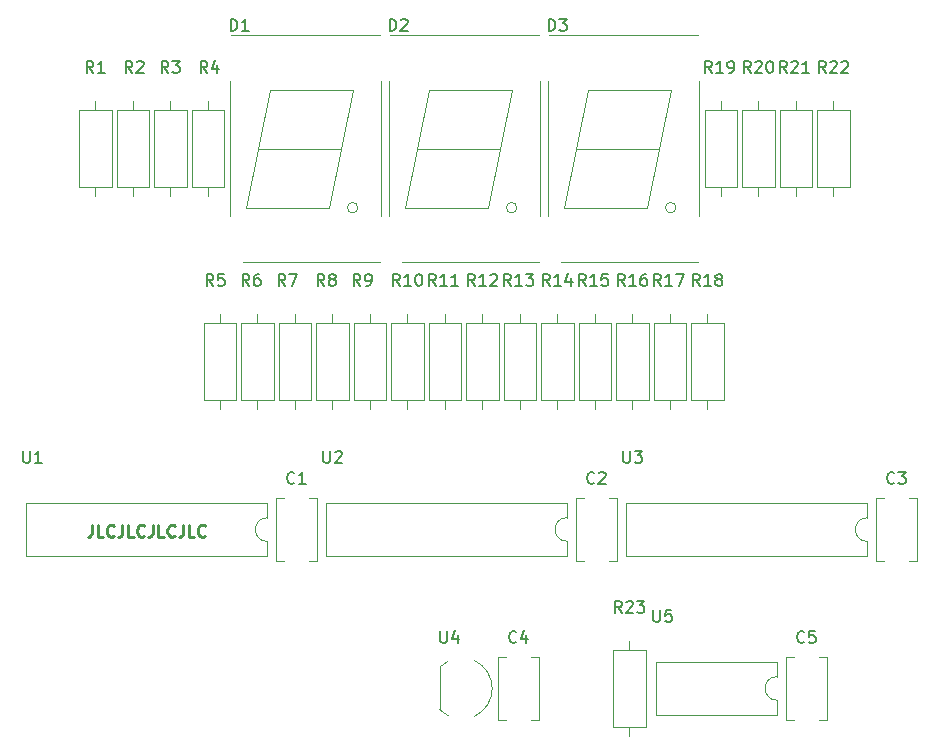
<source format=gto>
G04 #@! TF.GenerationSoftware,KiCad,Pcbnew,7.0.10*
G04 #@! TF.CreationDate,2024-02-08T18:01:21+11:00*
G04 #@! TF.ProjectId,Desktop Thermometer USB-2,4465736b-746f-4702-9054-6865726d6f6d,rev?*
G04 #@! TF.SameCoordinates,Original*
G04 #@! TF.FileFunction,Legend,Top*
G04 #@! TF.FilePolarity,Positive*
%FSLAX46Y46*%
G04 Gerber Fmt 4.6, Leading zero omitted, Abs format (unit mm)*
G04 Created by KiCad (PCBNEW 7.0.10) date 2024-02-08 18:01:21*
%MOMM*%
%LPD*%
G01*
G04 APERTURE LIST*
%ADD10C,0.250000*%
%ADD11C,0.150000*%
%ADD12C,0.120000*%
%ADD13C,1.600000*%
%ADD14O,1.600000X1.600000*%
%ADD15R,1.600000X2.400000*%
%ADD16O,1.600000X2.400000*%
%ADD17R,1.524000X2.524000*%
%ADD18O,1.524000X2.524000*%
%ADD19C,3.200000*%
%ADD20C,1.500000*%
%ADD21R,1.500000X1.500000*%
%ADD22R,1.428000X1.550000*%
%ADD23C,1.550000*%
%ADD24C,3.800000*%
G04 APERTURE END LIST*
D10*
X105898282Y-91814619D02*
X105898282Y-92528904D01*
X105898282Y-92528904D02*
X105850663Y-92671761D01*
X105850663Y-92671761D02*
X105755425Y-92767000D01*
X105755425Y-92767000D02*
X105612568Y-92814619D01*
X105612568Y-92814619D02*
X105517330Y-92814619D01*
X106850663Y-92814619D02*
X106374473Y-92814619D01*
X106374473Y-92814619D02*
X106374473Y-91814619D01*
X107755425Y-92719380D02*
X107707806Y-92767000D01*
X107707806Y-92767000D02*
X107564949Y-92814619D01*
X107564949Y-92814619D02*
X107469711Y-92814619D01*
X107469711Y-92814619D02*
X107326854Y-92767000D01*
X107326854Y-92767000D02*
X107231616Y-92671761D01*
X107231616Y-92671761D02*
X107183997Y-92576523D01*
X107183997Y-92576523D02*
X107136378Y-92386047D01*
X107136378Y-92386047D02*
X107136378Y-92243190D01*
X107136378Y-92243190D02*
X107183997Y-92052714D01*
X107183997Y-92052714D02*
X107231616Y-91957476D01*
X107231616Y-91957476D02*
X107326854Y-91862238D01*
X107326854Y-91862238D02*
X107469711Y-91814619D01*
X107469711Y-91814619D02*
X107564949Y-91814619D01*
X107564949Y-91814619D02*
X107707806Y-91862238D01*
X107707806Y-91862238D02*
X107755425Y-91909857D01*
X108469711Y-91814619D02*
X108469711Y-92528904D01*
X108469711Y-92528904D02*
X108422092Y-92671761D01*
X108422092Y-92671761D02*
X108326854Y-92767000D01*
X108326854Y-92767000D02*
X108183997Y-92814619D01*
X108183997Y-92814619D02*
X108088759Y-92814619D01*
X109422092Y-92814619D02*
X108945902Y-92814619D01*
X108945902Y-92814619D02*
X108945902Y-91814619D01*
X110326854Y-92719380D02*
X110279235Y-92767000D01*
X110279235Y-92767000D02*
X110136378Y-92814619D01*
X110136378Y-92814619D02*
X110041140Y-92814619D01*
X110041140Y-92814619D02*
X109898283Y-92767000D01*
X109898283Y-92767000D02*
X109803045Y-92671761D01*
X109803045Y-92671761D02*
X109755426Y-92576523D01*
X109755426Y-92576523D02*
X109707807Y-92386047D01*
X109707807Y-92386047D02*
X109707807Y-92243190D01*
X109707807Y-92243190D02*
X109755426Y-92052714D01*
X109755426Y-92052714D02*
X109803045Y-91957476D01*
X109803045Y-91957476D02*
X109898283Y-91862238D01*
X109898283Y-91862238D02*
X110041140Y-91814619D01*
X110041140Y-91814619D02*
X110136378Y-91814619D01*
X110136378Y-91814619D02*
X110279235Y-91862238D01*
X110279235Y-91862238D02*
X110326854Y-91909857D01*
X111041140Y-91814619D02*
X111041140Y-92528904D01*
X111041140Y-92528904D02*
X110993521Y-92671761D01*
X110993521Y-92671761D02*
X110898283Y-92767000D01*
X110898283Y-92767000D02*
X110755426Y-92814619D01*
X110755426Y-92814619D02*
X110660188Y-92814619D01*
X111993521Y-92814619D02*
X111517331Y-92814619D01*
X111517331Y-92814619D02*
X111517331Y-91814619D01*
X112898283Y-92719380D02*
X112850664Y-92767000D01*
X112850664Y-92767000D02*
X112707807Y-92814619D01*
X112707807Y-92814619D02*
X112612569Y-92814619D01*
X112612569Y-92814619D02*
X112469712Y-92767000D01*
X112469712Y-92767000D02*
X112374474Y-92671761D01*
X112374474Y-92671761D02*
X112326855Y-92576523D01*
X112326855Y-92576523D02*
X112279236Y-92386047D01*
X112279236Y-92386047D02*
X112279236Y-92243190D01*
X112279236Y-92243190D02*
X112326855Y-92052714D01*
X112326855Y-92052714D02*
X112374474Y-91957476D01*
X112374474Y-91957476D02*
X112469712Y-91862238D01*
X112469712Y-91862238D02*
X112612569Y-91814619D01*
X112612569Y-91814619D02*
X112707807Y-91814619D01*
X112707807Y-91814619D02*
X112850664Y-91862238D01*
X112850664Y-91862238D02*
X112898283Y-91909857D01*
X113612569Y-91814619D02*
X113612569Y-92528904D01*
X113612569Y-92528904D02*
X113564950Y-92671761D01*
X113564950Y-92671761D02*
X113469712Y-92767000D01*
X113469712Y-92767000D02*
X113326855Y-92814619D01*
X113326855Y-92814619D02*
X113231617Y-92814619D01*
X114564950Y-92814619D02*
X114088760Y-92814619D01*
X114088760Y-92814619D02*
X114088760Y-91814619D01*
X115469712Y-92719380D02*
X115422093Y-92767000D01*
X115422093Y-92767000D02*
X115279236Y-92814619D01*
X115279236Y-92814619D02*
X115183998Y-92814619D01*
X115183998Y-92814619D02*
X115041141Y-92767000D01*
X115041141Y-92767000D02*
X114945903Y-92671761D01*
X114945903Y-92671761D02*
X114898284Y-92576523D01*
X114898284Y-92576523D02*
X114850665Y-92386047D01*
X114850665Y-92386047D02*
X114850665Y-92243190D01*
X114850665Y-92243190D02*
X114898284Y-92052714D01*
X114898284Y-92052714D02*
X114945903Y-91957476D01*
X114945903Y-91957476D02*
X115041141Y-91862238D01*
X115041141Y-91862238D02*
X115183998Y-91814619D01*
X115183998Y-91814619D02*
X115279236Y-91814619D01*
X115279236Y-91814619D02*
X115422093Y-91862238D01*
X115422093Y-91862238D02*
X115469712Y-91909857D01*
D11*
X141819333Y-101705580D02*
X141771714Y-101753200D01*
X141771714Y-101753200D02*
X141628857Y-101800819D01*
X141628857Y-101800819D02*
X141533619Y-101800819D01*
X141533619Y-101800819D02*
X141390762Y-101753200D01*
X141390762Y-101753200D02*
X141295524Y-101657961D01*
X141295524Y-101657961D02*
X141247905Y-101562723D01*
X141247905Y-101562723D02*
X141200286Y-101372247D01*
X141200286Y-101372247D02*
X141200286Y-101229390D01*
X141200286Y-101229390D02*
X141247905Y-101038914D01*
X141247905Y-101038914D02*
X141295524Y-100943676D01*
X141295524Y-100943676D02*
X141390762Y-100848438D01*
X141390762Y-100848438D02*
X141533619Y-100800819D01*
X141533619Y-100800819D02*
X141628857Y-100800819D01*
X141628857Y-100800819D02*
X141771714Y-100848438D01*
X141771714Y-100848438D02*
X141819333Y-100896057D01*
X142676476Y-101134152D02*
X142676476Y-101800819D01*
X142438381Y-100753200D02*
X142200286Y-101467485D01*
X142200286Y-101467485D02*
X142819333Y-101467485D01*
X123023333Y-88243580D02*
X122975714Y-88291200D01*
X122975714Y-88291200D02*
X122832857Y-88338819D01*
X122832857Y-88338819D02*
X122737619Y-88338819D01*
X122737619Y-88338819D02*
X122594762Y-88291200D01*
X122594762Y-88291200D02*
X122499524Y-88195961D01*
X122499524Y-88195961D02*
X122451905Y-88100723D01*
X122451905Y-88100723D02*
X122404286Y-87910247D01*
X122404286Y-87910247D02*
X122404286Y-87767390D01*
X122404286Y-87767390D02*
X122451905Y-87576914D01*
X122451905Y-87576914D02*
X122499524Y-87481676D01*
X122499524Y-87481676D02*
X122594762Y-87386438D01*
X122594762Y-87386438D02*
X122737619Y-87338819D01*
X122737619Y-87338819D02*
X122832857Y-87338819D01*
X122832857Y-87338819D02*
X122975714Y-87386438D01*
X122975714Y-87386438D02*
X123023333Y-87434057D01*
X123975714Y-88338819D02*
X123404286Y-88338819D01*
X123690000Y-88338819D02*
X123690000Y-87338819D01*
X123690000Y-87338819D02*
X123594762Y-87481676D01*
X123594762Y-87481676D02*
X123499524Y-87576914D01*
X123499524Y-87576914D02*
X123404286Y-87624533D01*
X125563333Y-71574819D02*
X125230000Y-71098628D01*
X124991905Y-71574819D02*
X124991905Y-70574819D01*
X124991905Y-70574819D02*
X125372857Y-70574819D01*
X125372857Y-70574819D02*
X125468095Y-70622438D01*
X125468095Y-70622438D02*
X125515714Y-70670057D01*
X125515714Y-70670057D02*
X125563333Y-70765295D01*
X125563333Y-70765295D02*
X125563333Y-70908152D01*
X125563333Y-70908152D02*
X125515714Y-71003390D01*
X125515714Y-71003390D02*
X125468095Y-71051009D01*
X125468095Y-71051009D02*
X125372857Y-71098628D01*
X125372857Y-71098628D02*
X124991905Y-71098628D01*
X126134762Y-71003390D02*
X126039524Y-70955771D01*
X126039524Y-70955771D02*
X125991905Y-70908152D01*
X125991905Y-70908152D02*
X125944286Y-70812914D01*
X125944286Y-70812914D02*
X125944286Y-70765295D01*
X125944286Y-70765295D02*
X125991905Y-70670057D01*
X125991905Y-70670057D02*
X126039524Y-70622438D01*
X126039524Y-70622438D02*
X126134762Y-70574819D01*
X126134762Y-70574819D02*
X126325238Y-70574819D01*
X126325238Y-70574819D02*
X126420476Y-70622438D01*
X126420476Y-70622438D02*
X126468095Y-70670057D01*
X126468095Y-70670057D02*
X126515714Y-70765295D01*
X126515714Y-70765295D02*
X126515714Y-70812914D01*
X126515714Y-70812914D02*
X126468095Y-70908152D01*
X126468095Y-70908152D02*
X126420476Y-70955771D01*
X126420476Y-70955771D02*
X126325238Y-71003390D01*
X126325238Y-71003390D02*
X126134762Y-71003390D01*
X126134762Y-71003390D02*
X126039524Y-71051009D01*
X126039524Y-71051009D02*
X125991905Y-71098628D01*
X125991905Y-71098628D02*
X125944286Y-71193866D01*
X125944286Y-71193866D02*
X125944286Y-71384342D01*
X125944286Y-71384342D02*
X125991905Y-71479580D01*
X125991905Y-71479580D02*
X126039524Y-71527200D01*
X126039524Y-71527200D02*
X126134762Y-71574819D01*
X126134762Y-71574819D02*
X126325238Y-71574819D01*
X126325238Y-71574819D02*
X126420476Y-71527200D01*
X126420476Y-71527200D02*
X126468095Y-71479580D01*
X126468095Y-71479580D02*
X126515714Y-71384342D01*
X126515714Y-71384342D02*
X126515714Y-71193866D01*
X126515714Y-71193866D02*
X126468095Y-71098628D01*
X126468095Y-71098628D02*
X126420476Y-71051009D01*
X126420476Y-71051009D02*
X126325238Y-71003390D01*
X125476095Y-85560819D02*
X125476095Y-86370342D01*
X125476095Y-86370342D02*
X125523714Y-86465580D01*
X125523714Y-86465580D02*
X125571333Y-86513200D01*
X125571333Y-86513200D02*
X125666571Y-86560819D01*
X125666571Y-86560819D02*
X125857047Y-86560819D01*
X125857047Y-86560819D02*
X125952285Y-86513200D01*
X125952285Y-86513200D02*
X125999904Y-86465580D01*
X125999904Y-86465580D02*
X126047523Y-86370342D01*
X126047523Y-86370342D02*
X126047523Y-85560819D01*
X126476095Y-85656057D02*
X126523714Y-85608438D01*
X126523714Y-85608438D02*
X126618952Y-85560819D01*
X126618952Y-85560819D02*
X126857047Y-85560819D01*
X126857047Y-85560819D02*
X126952285Y-85608438D01*
X126952285Y-85608438D02*
X126999904Y-85656057D01*
X126999904Y-85656057D02*
X127047523Y-85751295D01*
X127047523Y-85751295D02*
X127047523Y-85846533D01*
X127047523Y-85846533D02*
X126999904Y-85989390D01*
X126999904Y-85989390D02*
X126428476Y-86560819D01*
X126428476Y-86560819D02*
X127047523Y-86560819D01*
X164711142Y-53540819D02*
X164377809Y-53064628D01*
X164139714Y-53540819D02*
X164139714Y-52540819D01*
X164139714Y-52540819D02*
X164520666Y-52540819D01*
X164520666Y-52540819D02*
X164615904Y-52588438D01*
X164615904Y-52588438D02*
X164663523Y-52636057D01*
X164663523Y-52636057D02*
X164711142Y-52731295D01*
X164711142Y-52731295D02*
X164711142Y-52874152D01*
X164711142Y-52874152D02*
X164663523Y-52969390D01*
X164663523Y-52969390D02*
X164615904Y-53017009D01*
X164615904Y-53017009D02*
X164520666Y-53064628D01*
X164520666Y-53064628D02*
X164139714Y-53064628D01*
X165092095Y-52636057D02*
X165139714Y-52588438D01*
X165139714Y-52588438D02*
X165234952Y-52540819D01*
X165234952Y-52540819D02*
X165473047Y-52540819D01*
X165473047Y-52540819D02*
X165568285Y-52588438D01*
X165568285Y-52588438D02*
X165615904Y-52636057D01*
X165615904Y-52636057D02*
X165663523Y-52731295D01*
X165663523Y-52731295D02*
X165663523Y-52826533D01*
X165663523Y-52826533D02*
X165615904Y-52969390D01*
X165615904Y-52969390D02*
X165044476Y-53540819D01*
X165044476Y-53540819D02*
X165663523Y-53540819D01*
X166615904Y-53540819D02*
X166044476Y-53540819D01*
X166330190Y-53540819D02*
X166330190Y-52540819D01*
X166330190Y-52540819D02*
X166234952Y-52683676D01*
X166234952Y-52683676D02*
X166139714Y-52778914D01*
X166139714Y-52778914D02*
X166044476Y-52826533D01*
X117625905Y-49984819D02*
X117625905Y-48984819D01*
X117625905Y-48984819D02*
X117864000Y-48984819D01*
X117864000Y-48984819D02*
X118006857Y-49032438D01*
X118006857Y-49032438D02*
X118102095Y-49127676D01*
X118102095Y-49127676D02*
X118149714Y-49222914D01*
X118149714Y-49222914D02*
X118197333Y-49413390D01*
X118197333Y-49413390D02*
X118197333Y-49556247D01*
X118197333Y-49556247D02*
X118149714Y-49746723D01*
X118149714Y-49746723D02*
X118102095Y-49841961D01*
X118102095Y-49841961D02*
X118006857Y-49937200D01*
X118006857Y-49937200D02*
X117864000Y-49984819D01*
X117864000Y-49984819D02*
X117625905Y-49984819D01*
X119149714Y-49984819D02*
X118578286Y-49984819D01*
X118864000Y-49984819D02*
X118864000Y-48984819D01*
X118864000Y-48984819D02*
X118768762Y-49127676D01*
X118768762Y-49127676D02*
X118673524Y-49222914D01*
X118673524Y-49222914D02*
X118578286Y-49270533D01*
X115657333Y-53540819D02*
X115324000Y-53064628D01*
X115085905Y-53540819D02*
X115085905Y-52540819D01*
X115085905Y-52540819D02*
X115466857Y-52540819D01*
X115466857Y-52540819D02*
X115562095Y-52588438D01*
X115562095Y-52588438D02*
X115609714Y-52636057D01*
X115609714Y-52636057D02*
X115657333Y-52731295D01*
X115657333Y-52731295D02*
X115657333Y-52874152D01*
X115657333Y-52874152D02*
X115609714Y-52969390D01*
X115609714Y-52969390D02*
X115562095Y-53017009D01*
X115562095Y-53017009D02*
X115466857Y-53064628D01*
X115466857Y-53064628D02*
X115085905Y-53064628D01*
X116514476Y-52874152D02*
X116514476Y-53540819D01*
X116276381Y-52493200D02*
X116038286Y-53207485D01*
X116038286Y-53207485D02*
X116657333Y-53207485D01*
X100076095Y-85560819D02*
X100076095Y-86370342D01*
X100076095Y-86370342D02*
X100123714Y-86465580D01*
X100123714Y-86465580D02*
X100171333Y-86513200D01*
X100171333Y-86513200D02*
X100266571Y-86560819D01*
X100266571Y-86560819D02*
X100457047Y-86560819D01*
X100457047Y-86560819D02*
X100552285Y-86513200D01*
X100552285Y-86513200D02*
X100599904Y-86465580D01*
X100599904Y-86465580D02*
X100647523Y-86370342D01*
X100647523Y-86370342D02*
X100647523Y-85560819D01*
X101647523Y-86560819D02*
X101076095Y-86560819D01*
X101361809Y-86560819D02*
X101361809Y-85560819D01*
X101361809Y-85560819D02*
X101266571Y-85703676D01*
X101266571Y-85703676D02*
X101171333Y-85798914D01*
X101171333Y-85798914D02*
X101076095Y-85846533D01*
X141343142Y-71574819D02*
X141009809Y-71098628D01*
X140771714Y-71574819D02*
X140771714Y-70574819D01*
X140771714Y-70574819D02*
X141152666Y-70574819D01*
X141152666Y-70574819D02*
X141247904Y-70622438D01*
X141247904Y-70622438D02*
X141295523Y-70670057D01*
X141295523Y-70670057D02*
X141343142Y-70765295D01*
X141343142Y-70765295D02*
X141343142Y-70908152D01*
X141343142Y-70908152D02*
X141295523Y-71003390D01*
X141295523Y-71003390D02*
X141247904Y-71051009D01*
X141247904Y-71051009D02*
X141152666Y-71098628D01*
X141152666Y-71098628D02*
X140771714Y-71098628D01*
X142295523Y-71574819D02*
X141724095Y-71574819D01*
X142009809Y-71574819D02*
X142009809Y-70574819D01*
X142009809Y-70574819D02*
X141914571Y-70717676D01*
X141914571Y-70717676D02*
X141819333Y-70812914D01*
X141819333Y-70812914D02*
X141724095Y-70860533D01*
X142628857Y-70574819D02*
X143247904Y-70574819D01*
X143247904Y-70574819D02*
X142914571Y-70955771D01*
X142914571Y-70955771D02*
X143057428Y-70955771D01*
X143057428Y-70955771D02*
X143152666Y-71003390D01*
X143152666Y-71003390D02*
X143200285Y-71051009D01*
X143200285Y-71051009D02*
X143247904Y-71146247D01*
X143247904Y-71146247D02*
X143247904Y-71384342D01*
X143247904Y-71384342D02*
X143200285Y-71479580D01*
X143200285Y-71479580D02*
X143152666Y-71527200D01*
X143152666Y-71527200D02*
X143057428Y-71574819D01*
X143057428Y-71574819D02*
X142771714Y-71574819D01*
X142771714Y-71574819D02*
X142676476Y-71527200D01*
X142676476Y-71527200D02*
X142628857Y-71479580D01*
X168013142Y-53540819D02*
X167679809Y-53064628D01*
X167441714Y-53540819D02*
X167441714Y-52540819D01*
X167441714Y-52540819D02*
X167822666Y-52540819D01*
X167822666Y-52540819D02*
X167917904Y-52588438D01*
X167917904Y-52588438D02*
X167965523Y-52636057D01*
X167965523Y-52636057D02*
X168013142Y-52731295D01*
X168013142Y-52731295D02*
X168013142Y-52874152D01*
X168013142Y-52874152D02*
X167965523Y-52969390D01*
X167965523Y-52969390D02*
X167917904Y-53017009D01*
X167917904Y-53017009D02*
X167822666Y-53064628D01*
X167822666Y-53064628D02*
X167441714Y-53064628D01*
X168394095Y-52636057D02*
X168441714Y-52588438D01*
X168441714Y-52588438D02*
X168536952Y-52540819D01*
X168536952Y-52540819D02*
X168775047Y-52540819D01*
X168775047Y-52540819D02*
X168870285Y-52588438D01*
X168870285Y-52588438D02*
X168917904Y-52636057D01*
X168917904Y-52636057D02*
X168965523Y-52731295D01*
X168965523Y-52731295D02*
X168965523Y-52826533D01*
X168965523Y-52826533D02*
X168917904Y-52969390D01*
X168917904Y-52969390D02*
X168346476Y-53540819D01*
X168346476Y-53540819D02*
X168965523Y-53540819D01*
X169346476Y-52636057D02*
X169394095Y-52588438D01*
X169394095Y-52588438D02*
X169489333Y-52540819D01*
X169489333Y-52540819D02*
X169727428Y-52540819D01*
X169727428Y-52540819D02*
X169822666Y-52588438D01*
X169822666Y-52588438D02*
X169870285Y-52636057D01*
X169870285Y-52636057D02*
X169917904Y-52731295D01*
X169917904Y-52731295D02*
X169917904Y-52826533D01*
X169917904Y-52826533D02*
X169870285Y-52969390D01*
X169870285Y-52969390D02*
X169298857Y-53540819D01*
X169298857Y-53540819D02*
X169917904Y-53540819D01*
X150741142Y-99260819D02*
X150407809Y-98784628D01*
X150169714Y-99260819D02*
X150169714Y-98260819D01*
X150169714Y-98260819D02*
X150550666Y-98260819D01*
X150550666Y-98260819D02*
X150645904Y-98308438D01*
X150645904Y-98308438D02*
X150693523Y-98356057D01*
X150693523Y-98356057D02*
X150741142Y-98451295D01*
X150741142Y-98451295D02*
X150741142Y-98594152D01*
X150741142Y-98594152D02*
X150693523Y-98689390D01*
X150693523Y-98689390D02*
X150645904Y-98737009D01*
X150645904Y-98737009D02*
X150550666Y-98784628D01*
X150550666Y-98784628D02*
X150169714Y-98784628D01*
X151122095Y-98356057D02*
X151169714Y-98308438D01*
X151169714Y-98308438D02*
X151264952Y-98260819D01*
X151264952Y-98260819D02*
X151503047Y-98260819D01*
X151503047Y-98260819D02*
X151598285Y-98308438D01*
X151598285Y-98308438D02*
X151645904Y-98356057D01*
X151645904Y-98356057D02*
X151693523Y-98451295D01*
X151693523Y-98451295D02*
X151693523Y-98546533D01*
X151693523Y-98546533D02*
X151645904Y-98689390D01*
X151645904Y-98689390D02*
X151074476Y-99260819D01*
X151074476Y-99260819D02*
X151693523Y-99260819D01*
X152026857Y-98260819D02*
X152645904Y-98260819D01*
X152645904Y-98260819D02*
X152312571Y-98641771D01*
X152312571Y-98641771D02*
X152455428Y-98641771D01*
X152455428Y-98641771D02*
X152550666Y-98689390D01*
X152550666Y-98689390D02*
X152598285Y-98737009D01*
X152598285Y-98737009D02*
X152645904Y-98832247D01*
X152645904Y-98832247D02*
X152645904Y-99070342D01*
X152645904Y-99070342D02*
X152598285Y-99165580D01*
X152598285Y-99165580D02*
X152550666Y-99213200D01*
X152550666Y-99213200D02*
X152455428Y-99260819D01*
X152455428Y-99260819D02*
X152169714Y-99260819D01*
X152169714Y-99260819D02*
X152074476Y-99213200D01*
X152074476Y-99213200D02*
X152026857Y-99165580D01*
X150995142Y-71574819D02*
X150661809Y-71098628D01*
X150423714Y-71574819D02*
X150423714Y-70574819D01*
X150423714Y-70574819D02*
X150804666Y-70574819D01*
X150804666Y-70574819D02*
X150899904Y-70622438D01*
X150899904Y-70622438D02*
X150947523Y-70670057D01*
X150947523Y-70670057D02*
X150995142Y-70765295D01*
X150995142Y-70765295D02*
X150995142Y-70908152D01*
X150995142Y-70908152D02*
X150947523Y-71003390D01*
X150947523Y-71003390D02*
X150899904Y-71051009D01*
X150899904Y-71051009D02*
X150804666Y-71098628D01*
X150804666Y-71098628D02*
X150423714Y-71098628D01*
X151947523Y-71574819D02*
X151376095Y-71574819D01*
X151661809Y-71574819D02*
X151661809Y-70574819D01*
X151661809Y-70574819D02*
X151566571Y-70717676D01*
X151566571Y-70717676D02*
X151471333Y-70812914D01*
X151471333Y-70812914D02*
X151376095Y-70860533D01*
X152804666Y-70574819D02*
X152614190Y-70574819D01*
X152614190Y-70574819D02*
X152518952Y-70622438D01*
X152518952Y-70622438D02*
X152471333Y-70670057D01*
X152471333Y-70670057D02*
X152376095Y-70812914D01*
X152376095Y-70812914D02*
X152328476Y-71003390D01*
X152328476Y-71003390D02*
X152328476Y-71384342D01*
X152328476Y-71384342D02*
X152376095Y-71479580D01*
X152376095Y-71479580D02*
X152423714Y-71527200D01*
X152423714Y-71527200D02*
X152518952Y-71574819D01*
X152518952Y-71574819D02*
X152709428Y-71574819D01*
X152709428Y-71574819D02*
X152804666Y-71527200D01*
X152804666Y-71527200D02*
X152852285Y-71479580D01*
X152852285Y-71479580D02*
X152899904Y-71384342D01*
X152899904Y-71384342D02*
X152899904Y-71146247D01*
X152899904Y-71146247D02*
X152852285Y-71051009D01*
X152852285Y-71051009D02*
X152804666Y-71003390D01*
X152804666Y-71003390D02*
X152709428Y-70955771D01*
X152709428Y-70955771D02*
X152518952Y-70955771D01*
X152518952Y-70955771D02*
X152423714Y-71003390D01*
X152423714Y-71003390D02*
X152376095Y-71051009D01*
X152376095Y-71051009D02*
X152328476Y-71146247D01*
X138295142Y-71574819D02*
X137961809Y-71098628D01*
X137723714Y-71574819D02*
X137723714Y-70574819D01*
X137723714Y-70574819D02*
X138104666Y-70574819D01*
X138104666Y-70574819D02*
X138199904Y-70622438D01*
X138199904Y-70622438D02*
X138247523Y-70670057D01*
X138247523Y-70670057D02*
X138295142Y-70765295D01*
X138295142Y-70765295D02*
X138295142Y-70908152D01*
X138295142Y-70908152D02*
X138247523Y-71003390D01*
X138247523Y-71003390D02*
X138199904Y-71051009D01*
X138199904Y-71051009D02*
X138104666Y-71098628D01*
X138104666Y-71098628D02*
X137723714Y-71098628D01*
X139247523Y-71574819D02*
X138676095Y-71574819D01*
X138961809Y-71574819D02*
X138961809Y-70574819D01*
X138961809Y-70574819D02*
X138866571Y-70717676D01*
X138866571Y-70717676D02*
X138771333Y-70812914D01*
X138771333Y-70812914D02*
X138676095Y-70860533D01*
X139628476Y-70670057D02*
X139676095Y-70622438D01*
X139676095Y-70622438D02*
X139771333Y-70574819D01*
X139771333Y-70574819D02*
X140009428Y-70574819D01*
X140009428Y-70574819D02*
X140104666Y-70622438D01*
X140104666Y-70622438D02*
X140152285Y-70670057D01*
X140152285Y-70670057D02*
X140199904Y-70765295D01*
X140199904Y-70765295D02*
X140199904Y-70860533D01*
X140199904Y-70860533D02*
X140152285Y-71003390D01*
X140152285Y-71003390D02*
X139580857Y-71574819D01*
X139580857Y-71574819D02*
X140199904Y-71574819D01*
X153416095Y-99022819D02*
X153416095Y-99832342D01*
X153416095Y-99832342D02*
X153463714Y-99927580D01*
X153463714Y-99927580D02*
X153511333Y-99975200D01*
X153511333Y-99975200D02*
X153606571Y-100022819D01*
X153606571Y-100022819D02*
X153797047Y-100022819D01*
X153797047Y-100022819D02*
X153892285Y-99975200D01*
X153892285Y-99975200D02*
X153939904Y-99927580D01*
X153939904Y-99927580D02*
X153987523Y-99832342D01*
X153987523Y-99832342D02*
X153987523Y-99022819D01*
X154939904Y-99022819D02*
X154463714Y-99022819D01*
X154463714Y-99022819D02*
X154416095Y-99499009D01*
X154416095Y-99499009D02*
X154463714Y-99451390D01*
X154463714Y-99451390D02*
X154558952Y-99403771D01*
X154558952Y-99403771D02*
X154797047Y-99403771D01*
X154797047Y-99403771D02*
X154892285Y-99451390D01*
X154892285Y-99451390D02*
X154939904Y-99499009D01*
X154939904Y-99499009D02*
X154987523Y-99594247D01*
X154987523Y-99594247D02*
X154987523Y-99832342D01*
X154987523Y-99832342D02*
X154939904Y-99927580D01*
X154939904Y-99927580D02*
X154892285Y-99975200D01*
X154892285Y-99975200D02*
X154797047Y-100022819D01*
X154797047Y-100022819D02*
X154558952Y-100022819D01*
X154558952Y-100022819D02*
X154463714Y-99975200D01*
X154463714Y-99975200D02*
X154416095Y-99927580D01*
X112355333Y-53540819D02*
X112022000Y-53064628D01*
X111783905Y-53540819D02*
X111783905Y-52540819D01*
X111783905Y-52540819D02*
X112164857Y-52540819D01*
X112164857Y-52540819D02*
X112260095Y-52588438D01*
X112260095Y-52588438D02*
X112307714Y-52636057D01*
X112307714Y-52636057D02*
X112355333Y-52731295D01*
X112355333Y-52731295D02*
X112355333Y-52874152D01*
X112355333Y-52874152D02*
X112307714Y-52969390D01*
X112307714Y-52969390D02*
X112260095Y-53017009D01*
X112260095Y-53017009D02*
X112164857Y-53064628D01*
X112164857Y-53064628D02*
X111783905Y-53064628D01*
X112688667Y-52540819D02*
X113307714Y-52540819D01*
X113307714Y-52540819D02*
X112974381Y-52921771D01*
X112974381Y-52921771D02*
X113117238Y-52921771D01*
X113117238Y-52921771D02*
X113212476Y-52969390D01*
X113212476Y-52969390D02*
X113260095Y-53017009D01*
X113260095Y-53017009D02*
X113307714Y-53112247D01*
X113307714Y-53112247D02*
X113307714Y-53350342D01*
X113307714Y-53350342D02*
X113260095Y-53445580D01*
X113260095Y-53445580D02*
X113212476Y-53493200D01*
X113212476Y-53493200D02*
X113117238Y-53540819D01*
X113117238Y-53540819D02*
X112831524Y-53540819D01*
X112831524Y-53540819D02*
X112736286Y-53493200D01*
X112736286Y-53493200D02*
X112688667Y-53445580D01*
X116165333Y-71574819D02*
X115832000Y-71098628D01*
X115593905Y-71574819D02*
X115593905Y-70574819D01*
X115593905Y-70574819D02*
X115974857Y-70574819D01*
X115974857Y-70574819D02*
X116070095Y-70622438D01*
X116070095Y-70622438D02*
X116117714Y-70670057D01*
X116117714Y-70670057D02*
X116165333Y-70765295D01*
X116165333Y-70765295D02*
X116165333Y-70908152D01*
X116165333Y-70908152D02*
X116117714Y-71003390D01*
X116117714Y-71003390D02*
X116070095Y-71051009D01*
X116070095Y-71051009D02*
X115974857Y-71098628D01*
X115974857Y-71098628D02*
X115593905Y-71098628D01*
X117070095Y-70574819D02*
X116593905Y-70574819D01*
X116593905Y-70574819D02*
X116546286Y-71051009D01*
X116546286Y-71051009D02*
X116593905Y-71003390D01*
X116593905Y-71003390D02*
X116689143Y-70955771D01*
X116689143Y-70955771D02*
X116927238Y-70955771D01*
X116927238Y-70955771D02*
X117022476Y-71003390D01*
X117022476Y-71003390D02*
X117070095Y-71051009D01*
X117070095Y-71051009D02*
X117117714Y-71146247D01*
X117117714Y-71146247D02*
X117117714Y-71384342D01*
X117117714Y-71384342D02*
X117070095Y-71479580D01*
X117070095Y-71479580D02*
X117022476Y-71527200D01*
X117022476Y-71527200D02*
X116927238Y-71574819D01*
X116927238Y-71574819D02*
X116689143Y-71574819D01*
X116689143Y-71574819D02*
X116593905Y-71527200D01*
X116593905Y-71527200D02*
X116546286Y-71479580D01*
X128611333Y-71574819D02*
X128278000Y-71098628D01*
X128039905Y-71574819D02*
X128039905Y-70574819D01*
X128039905Y-70574819D02*
X128420857Y-70574819D01*
X128420857Y-70574819D02*
X128516095Y-70622438D01*
X128516095Y-70622438D02*
X128563714Y-70670057D01*
X128563714Y-70670057D02*
X128611333Y-70765295D01*
X128611333Y-70765295D02*
X128611333Y-70908152D01*
X128611333Y-70908152D02*
X128563714Y-71003390D01*
X128563714Y-71003390D02*
X128516095Y-71051009D01*
X128516095Y-71051009D02*
X128420857Y-71098628D01*
X128420857Y-71098628D02*
X128039905Y-71098628D01*
X129087524Y-71574819D02*
X129278000Y-71574819D01*
X129278000Y-71574819D02*
X129373238Y-71527200D01*
X129373238Y-71527200D02*
X129420857Y-71479580D01*
X129420857Y-71479580D02*
X129516095Y-71336723D01*
X129516095Y-71336723D02*
X129563714Y-71146247D01*
X129563714Y-71146247D02*
X129563714Y-70765295D01*
X129563714Y-70765295D02*
X129516095Y-70670057D01*
X129516095Y-70670057D02*
X129468476Y-70622438D01*
X129468476Y-70622438D02*
X129373238Y-70574819D01*
X129373238Y-70574819D02*
X129182762Y-70574819D01*
X129182762Y-70574819D02*
X129087524Y-70622438D01*
X129087524Y-70622438D02*
X129039905Y-70670057D01*
X129039905Y-70670057D02*
X128992286Y-70765295D01*
X128992286Y-70765295D02*
X128992286Y-71003390D01*
X128992286Y-71003390D02*
X129039905Y-71098628D01*
X129039905Y-71098628D02*
X129087524Y-71146247D01*
X129087524Y-71146247D02*
X129182762Y-71193866D01*
X129182762Y-71193866D02*
X129373238Y-71193866D01*
X129373238Y-71193866D02*
X129468476Y-71146247D01*
X129468476Y-71146247D02*
X129516095Y-71098628D01*
X129516095Y-71098628D02*
X129563714Y-71003390D01*
X134993142Y-71574819D02*
X134659809Y-71098628D01*
X134421714Y-71574819D02*
X134421714Y-70574819D01*
X134421714Y-70574819D02*
X134802666Y-70574819D01*
X134802666Y-70574819D02*
X134897904Y-70622438D01*
X134897904Y-70622438D02*
X134945523Y-70670057D01*
X134945523Y-70670057D02*
X134993142Y-70765295D01*
X134993142Y-70765295D02*
X134993142Y-70908152D01*
X134993142Y-70908152D02*
X134945523Y-71003390D01*
X134945523Y-71003390D02*
X134897904Y-71051009D01*
X134897904Y-71051009D02*
X134802666Y-71098628D01*
X134802666Y-71098628D02*
X134421714Y-71098628D01*
X135945523Y-71574819D02*
X135374095Y-71574819D01*
X135659809Y-71574819D02*
X135659809Y-70574819D01*
X135659809Y-70574819D02*
X135564571Y-70717676D01*
X135564571Y-70717676D02*
X135469333Y-70812914D01*
X135469333Y-70812914D02*
X135374095Y-70860533D01*
X136897904Y-71574819D02*
X136326476Y-71574819D01*
X136612190Y-71574819D02*
X136612190Y-70574819D01*
X136612190Y-70574819D02*
X136516952Y-70717676D01*
X136516952Y-70717676D02*
X136421714Y-70812914D01*
X136421714Y-70812914D02*
X136326476Y-70860533D01*
X150876095Y-85560819D02*
X150876095Y-86370342D01*
X150876095Y-86370342D02*
X150923714Y-86465580D01*
X150923714Y-86465580D02*
X150971333Y-86513200D01*
X150971333Y-86513200D02*
X151066571Y-86560819D01*
X151066571Y-86560819D02*
X151257047Y-86560819D01*
X151257047Y-86560819D02*
X151352285Y-86513200D01*
X151352285Y-86513200D02*
X151399904Y-86465580D01*
X151399904Y-86465580D02*
X151447523Y-86370342D01*
X151447523Y-86370342D02*
X151447523Y-85560819D01*
X151828476Y-85560819D02*
X152447523Y-85560819D01*
X152447523Y-85560819D02*
X152114190Y-85941771D01*
X152114190Y-85941771D02*
X152257047Y-85941771D01*
X152257047Y-85941771D02*
X152352285Y-85989390D01*
X152352285Y-85989390D02*
X152399904Y-86037009D01*
X152399904Y-86037009D02*
X152447523Y-86132247D01*
X152447523Y-86132247D02*
X152447523Y-86370342D01*
X152447523Y-86370342D02*
X152399904Y-86465580D01*
X152399904Y-86465580D02*
X152352285Y-86513200D01*
X152352285Y-86513200D02*
X152257047Y-86560819D01*
X152257047Y-86560819D02*
X151971333Y-86560819D01*
X151971333Y-86560819D02*
X151876095Y-86513200D01*
X151876095Y-86513200D02*
X151828476Y-86465580D01*
X135382095Y-100800819D02*
X135382095Y-101610342D01*
X135382095Y-101610342D02*
X135429714Y-101705580D01*
X135429714Y-101705580D02*
X135477333Y-101753200D01*
X135477333Y-101753200D02*
X135572571Y-101800819D01*
X135572571Y-101800819D02*
X135763047Y-101800819D01*
X135763047Y-101800819D02*
X135858285Y-101753200D01*
X135858285Y-101753200D02*
X135905904Y-101705580D01*
X135905904Y-101705580D02*
X135953523Y-101610342D01*
X135953523Y-101610342D02*
X135953523Y-100800819D01*
X136858285Y-101134152D02*
X136858285Y-101800819D01*
X136620190Y-100753200D02*
X136382095Y-101467485D01*
X136382095Y-101467485D02*
X137001142Y-101467485D01*
X158361142Y-53540819D02*
X158027809Y-53064628D01*
X157789714Y-53540819D02*
X157789714Y-52540819D01*
X157789714Y-52540819D02*
X158170666Y-52540819D01*
X158170666Y-52540819D02*
X158265904Y-52588438D01*
X158265904Y-52588438D02*
X158313523Y-52636057D01*
X158313523Y-52636057D02*
X158361142Y-52731295D01*
X158361142Y-52731295D02*
X158361142Y-52874152D01*
X158361142Y-52874152D02*
X158313523Y-52969390D01*
X158313523Y-52969390D02*
X158265904Y-53017009D01*
X158265904Y-53017009D02*
X158170666Y-53064628D01*
X158170666Y-53064628D02*
X157789714Y-53064628D01*
X159313523Y-53540819D02*
X158742095Y-53540819D01*
X159027809Y-53540819D02*
X159027809Y-52540819D01*
X159027809Y-52540819D02*
X158932571Y-52683676D01*
X158932571Y-52683676D02*
X158837333Y-52778914D01*
X158837333Y-52778914D02*
X158742095Y-52826533D01*
X159789714Y-53540819D02*
X159980190Y-53540819D01*
X159980190Y-53540819D02*
X160075428Y-53493200D01*
X160075428Y-53493200D02*
X160123047Y-53445580D01*
X160123047Y-53445580D02*
X160218285Y-53302723D01*
X160218285Y-53302723D02*
X160265904Y-53112247D01*
X160265904Y-53112247D02*
X160265904Y-52731295D01*
X160265904Y-52731295D02*
X160218285Y-52636057D01*
X160218285Y-52636057D02*
X160170666Y-52588438D01*
X160170666Y-52588438D02*
X160075428Y-52540819D01*
X160075428Y-52540819D02*
X159884952Y-52540819D01*
X159884952Y-52540819D02*
X159789714Y-52588438D01*
X159789714Y-52588438D02*
X159742095Y-52636057D01*
X159742095Y-52636057D02*
X159694476Y-52731295D01*
X159694476Y-52731295D02*
X159694476Y-52969390D01*
X159694476Y-52969390D02*
X159742095Y-53064628D01*
X159742095Y-53064628D02*
X159789714Y-53112247D01*
X159789714Y-53112247D02*
X159884952Y-53159866D01*
X159884952Y-53159866D02*
X160075428Y-53159866D01*
X160075428Y-53159866D02*
X160170666Y-53112247D01*
X160170666Y-53112247D02*
X160218285Y-53064628D01*
X160218285Y-53064628D02*
X160265904Y-52969390D01*
X144549905Y-49984819D02*
X144549905Y-48984819D01*
X144549905Y-48984819D02*
X144788000Y-48984819D01*
X144788000Y-48984819D02*
X144930857Y-49032438D01*
X144930857Y-49032438D02*
X145026095Y-49127676D01*
X145026095Y-49127676D02*
X145073714Y-49222914D01*
X145073714Y-49222914D02*
X145121333Y-49413390D01*
X145121333Y-49413390D02*
X145121333Y-49556247D01*
X145121333Y-49556247D02*
X145073714Y-49746723D01*
X145073714Y-49746723D02*
X145026095Y-49841961D01*
X145026095Y-49841961D02*
X144930857Y-49937200D01*
X144930857Y-49937200D02*
X144788000Y-49984819D01*
X144788000Y-49984819D02*
X144549905Y-49984819D01*
X145454667Y-48984819D02*
X146073714Y-48984819D01*
X146073714Y-48984819D02*
X145740381Y-49365771D01*
X145740381Y-49365771D02*
X145883238Y-49365771D01*
X145883238Y-49365771D02*
X145978476Y-49413390D01*
X145978476Y-49413390D02*
X146026095Y-49461009D01*
X146026095Y-49461009D02*
X146073714Y-49556247D01*
X146073714Y-49556247D02*
X146073714Y-49794342D01*
X146073714Y-49794342D02*
X146026095Y-49889580D01*
X146026095Y-49889580D02*
X145978476Y-49937200D01*
X145978476Y-49937200D02*
X145883238Y-49984819D01*
X145883238Y-49984819D02*
X145597524Y-49984819D01*
X145597524Y-49984819D02*
X145502286Y-49937200D01*
X145502286Y-49937200D02*
X145454667Y-49889580D01*
X148423333Y-88243580D02*
X148375714Y-88291200D01*
X148375714Y-88291200D02*
X148232857Y-88338819D01*
X148232857Y-88338819D02*
X148137619Y-88338819D01*
X148137619Y-88338819D02*
X147994762Y-88291200D01*
X147994762Y-88291200D02*
X147899524Y-88195961D01*
X147899524Y-88195961D02*
X147851905Y-88100723D01*
X147851905Y-88100723D02*
X147804286Y-87910247D01*
X147804286Y-87910247D02*
X147804286Y-87767390D01*
X147804286Y-87767390D02*
X147851905Y-87576914D01*
X147851905Y-87576914D02*
X147899524Y-87481676D01*
X147899524Y-87481676D02*
X147994762Y-87386438D01*
X147994762Y-87386438D02*
X148137619Y-87338819D01*
X148137619Y-87338819D02*
X148232857Y-87338819D01*
X148232857Y-87338819D02*
X148375714Y-87386438D01*
X148375714Y-87386438D02*
X148423333Y-87434057D01*
X148804286Y-87434057D02*
X148851905Y-87386438D01*
X148851905Y-87386438D02*
X148947143Y-87338819D01*
X148947143Y-87338819D02*
X149185238Y-87338819D01*
X149185238Y-87338819D02*
X149280476Y-87386438D01*
X149280476Y-87386438D02*
X149328095Y-87434057D01*
X149328095Y-87434057D02*
X149375714Y-87529295D01*
X149375714Y-87529295D02*
X149375714Y-87624533D01*
X149375714Y-87624533D02*
X149328095Y-87767390D01*
X149328095Y-87767390D02*
X148756667Y-88338819D01*
X148756667Y-88338819D02*
X149375714Y-88338819D01*
X144645142Y-71574819D02*
X144311809Y-71098628D01*
X144073714Y-71574819D02*
X144073714Y-70574819D01*
X144073714Y-70574819D02*
X144454666Y-70574819D01*
X144454666Y-70574819D02*
X144549904Y-70622438D01*
X144549904Y-70622438D02*
X144597523Y-70670057D01*
X144597523Y-70670057D02*
X144645142Y-70765295D01*
X144645142Y-70765295D02*
X144645142Y-70908152D01*
X144645142Y-70908152D02*
X144597523Y-71003390D01*
X144597523Y-71003390D02*
X144549904Y-71051009D01*
X144549904Y-71051009D02*
X144454666Y-71098628D01*
X144454666Y-71098628D02*
X144073714Y-71098628D01*
X145597523Y-71574819D02*
X145026095Y-71574819D01*
X145311809Y-71574819D02*
X145311809Y-70574819D01*
X145311809Y-70574819D02*
X145216571Y-70717676D01*
X145216571Y-70717676D02*
X145121333Y-70812914D01*
X145121333Y-70812914D02*
X145026095Y-70860533D01*
X146454666Y-70908152D02*
X146454666Y-71574819D01*
X146216571Y-70527200D02*
X145978476Y-71241485D01*
X145978476Y-71241485D02*
X146597523Y-71241485D01*
X119213333Y-71574819D02*
X118880000Y-71098628D01*
X118641905Y-71574819D02*
X118641905Y-70574819D01*
X118641905Y-70574819D02*
X119022857Y-70574819D01*
X119022857Y-70574819D02*
X119118095Y-70622438D01*
X119118095Y-70622438D02*
X119165714Y-70670057D01*
X119165714Y-70670057D02*
X119213333Y-70765295D01*
X119213333Y-70765295D02*
X119213333Y-70908152D01*
X119213333Y-70908152D02*
X119165714Y-71003390D01*
X119165714Y-71003390D02*
X119118095Y-71051009D01*
X119118095Y-71051009D02*
X119022857Y-71098628D01*
X119022857Y-71098628D02*
X118641905Y-71098628D01*
X120070476Y-70574819D02*
X119880000Y-70574819D01*
X119880000Y-70574819D02*
X119784762Y-70622438D01*
X119784762Y-70622438D02*
X119737143Y-70670057D01*
X119737143Y-70670057D02*
X119641905Y-70812914D01*
X119641905Y-70812914D02*
X119594286Y-71003390D01*
X119594286Y-71003390D02*
X119594286Y-71384342D01*
X119594286Y-71384342D02*
X119641905Y-71479580D01*
X119641905Y-71479580D02*
X119689524Y-71527200D01*
X119689524Y-71527200D02*
X119784762Y-71574819D01*
X119784762Y-71574819D02*
X119975238Y-71574819D01*
X119975238Y-71574819D02*
X120070476Y-71527200D01*
X120070476Y-71527200D02*
X120118095Y-71479580D01*
X120118095Y-71479580D02*
X120165714Y-71384342D01*
X120165714Y-71384342D02*
X120165714Y-71146247D01*
X120165714Y-71146247D02*
X120118095Y-71051009D01*
X120118095Y-71051009D02*
X120070476Y-71003390D01*
X120070476Y-71003390D02*
X119975238Y-70955771D01*
X119975238Y-70955771D02*
X119784762Y-70955771D01*
X119784762Y-70955771D02*
X119689524Y-71003390D01*
X119689524Y-71003390D02*
X119641905Y-71051009D01*
X119641905Y-71051009D02*
X119594286Y-71146247D01*
X131087905Y-49984819D02*
X131087905Y-48984819D01*
X131087905Y-48984819D02*
X131326000Y-48984819D01*
X131326000Y-48984819D02*
X131468857Y-49032438D01*
X131468857Y-49032438D02*
X131564095Y-49127676D01*
X131564095Y-49127676D02*
X131611714Y-49222914D01*
X131611714Y-49222914D02*
X131659333Y-49413390D01*
X131659333Y-49413390D02*
X131659333Y-49556247D01*
X131659333Y-49556247D02*
X131611714Y-49746723D01*
X131611714Y-49746723D02*
X131564095Y-49841961D01*
X131564095Y-49841961D02*
X131468857Y-49937200D01*
X131468857Y-49937200D02*
X131326000Y-49984819D01*
X131326000Y-49984819D02*
X131087905Y-49984819D01*
X132040286Y-49080057D02*
X132087905Y-49032438D01*
X132087905Y-49032438D02*
X132183143Y-48984819D01*
X132183143Y-48984819D02*
X132421238Y-48984819D01*
X132421238Y-48984819D02*
X132516476Y-49032438D01*
X132516476Y-49032438D02*
X132564095Y-49080057D01*
X132564095Y-49080057D02*
X132611714Y-49175295D01*
X132611714Y-49175295D02*
X132611714Y-49270533D01*
X132611714Y-49270533D02*
X132564095Y-49413390D01*
X132564095Y-49413390D02*
X131992667Y-49984819D01*
X131992667Y-49984819D02*
X132611714Y-49984819D01*
X161663142Y-53540819D02*
X161329809Y-53064628D01*
X161091714Y-53540819D02*
X161091714Y-52540819D01*
X161091714Y-52540819D02*
X161472666Y-52540819D01*
X161472666Y-52540819D02*
X161567904Y-52588438D01*
X161567904Y-52588438D02*
X161615523Y-52636057D01*
X161615523Y-52636057D02*
X161663142Y-52731295D01*
X161663142Y-52731295D02*
X161663142Y-52874152D01*
X161663142Y-52874152D02*
X161615523Y-52969390D01*
X161615523Y-52969390D02*
X161567904Y-53017009D01*
X161567904Y-53017009D02*
X161472666Y-53064628D01*
X161472666Y-53064628D02*
X161091714Y-53064628D01*
X162044095Y-52636057D02*
X162091714Y-52588438D01*
X162091714Y-52588438D02*
X162186952Y-52540819D01*
X162186952Y-52540819D02*
X162425047Y-52540819D01*
X162425047Y-52540819D02*
X162520285Y-52588438D01*
X162520285Y-52588438D02*
X162567904Y-52636057D01*
X162567904Y-52636057D02*
X162615523Y-52731295D01*
X162615523Y-52731295D02*
X162615523Y-52826533D01*
X162615523Y-52826533D02*
X162567904Y-52969390D01*
X162567904Y-52969390D02*
X161996476Y-53540819D01*
X161996476Y-53540819D02*
X162615523Y-53540819D01*
X163234571Y-52540819D02*
X163329809Y-52540819D01*
X163329809Y-52540819D02*
X163425047Y-52588438D01*
X163425047Y-52588438D02*
X163472666Y-52636057D01*
X163472666Y-52636057D02*
X163520285Y-52731295D01*
X163520285Y-52731295D02*
X163567904Y-52921771D01*
X163567904Y-52921771D02*
X163567904Y-53159866D01*
X163567904Y-53159866D02*
X163520285Y-53350342D01*
X163520285Y-53350342D02*
X163472666Y-53445580D01*
X163472666Y-53445580D02*
X163425047Y-53493200D01*
X163425047Y-53493200D02*
X163329809Y-53540819D01*
X163329809Y-53540819D02*
X163234571Y-53540819D01*
X163234571Y-53540819D02*
X163139333Y-53493200D01*
X163139333Y-53493200D02*
X163091714Y-53445580D01*
X163091714Y-53445580D02*
X163044095Y-53350342D01*
X163044095Y-53350342D02*
X162996476Y-53159866D01*
X162996476Y-53159866D02*
X162996476Y-52921771D01*
X162996476Y-52921771D02*
X163044095Y-52731295D01*
X163044095Y-52731295D02*
X163091714Y-52636057D01*
X163091714Y-52636057D02*
X163139333Y-52588438D01*
X163139333Y-52588438D02*
X163234571Y-52540819D01*
X131945142Y-71574819D02*
X131611809Y-71098628D01*
X131373714Y-71574819D02*
X131373714Y-70574819D01*
X131373714Y-70574819D02*
X131754666Y-70574819D01*
X131754666Y-70574819D02*
X131849904Y-70622438D01*
X131849904Y-70622438D02*
X131897523Y-70670057D01*
X131897523Y-70670057D02*
X131945142Y-70765295D01*
X131945142Y-70765295D02*
X131945142Y-70908152D01*
X131945142Y-70908152D02*
X131897523Y-71003390D01*
X131897523Y-71003390D02*
X131849904Y-71051009D01*
X131849904Y-71051009D02*
X131754666Y-71098628D01*
X131754666Y-71098628D02*
X131373714Y-71098628D01*
X132897523Y-71574819D02*
X132326095Y-71574819D01*
X132611809Y-71574819D02*
X132611809Y-70574819D01*
X132611809Y-70574819D02*
X132516571Y-70717676D01*
X132516571Y-70717676D02*
X132421333Y-70812914D01*
X132421333Y-70812914D02*
X132326095Y-70860533D01*
X133516571Y-70574819D02*
X133611809Y-70574819D01*
X133611809Y-70574819D02*
X133707047Y-70622438D01*
X133707047Y-70622438D02*
X133754666Y-70670057D01*
X133754666Y-70670057D02*
X133802285Y-70765295D01*
X133802285Y-70765295D02*
X133849904Y-70955771D01*
X133849904Y-70955771D02*
X133849904Y-71193866D01*
X133849904Y-71193866D02*
X133802285Y-71384342D01*
X133802285Y-71384342D02*
X133754666Y-71479580D01*
X133754666Y-71479580D02*
X133707047Y-71527200D01*
X133707047Y-71527200D02*
X133611809Y-71574819D01*
X133611809Y-71574819D02*
X133516571Y-71574819D01*
X133516571Y-71574819D02*
X133421333Y-71527200D01*
X133421333Y-71527200D02*
X133373714Y-71479580D01*
X133373714Y-71479580D02*
X133326095Y-71384342D01*
X133326095Y-71384342D02*
X133278476Y-71193866D01*
X133278476Y-71193866D02*
X133278476Y-70955771D01*
X133278476Y-70955771D02*
X133326095Y-70765295D01*
X133326095Y-70765295D02*
X133373714Y-70670057D01*
X133373714Y-70670057D02*
X133421333Y-70622438D01*
X133421333Y-70622438D02*
X133516571Y-70574819D01*
X109307333Y-53540819D02*
X108974000Y-53064628D01*
X108735905Y-53540819D02*
X108735905Y-52540819D01*
X108735905Y-52540819D02*
X109116857Y-52540819D01*
X109116857Y-52540819D02*
X109212095Y-52588438D01*
X109212095Y-52588438D02*
X109259714Y-52636057D01*
X109259714Y-52636057D02*
X109307333Y-52731295D01*
X109307333Y-52731295D02*
X109307333Y-52874152D01*
X109307333Y-52874152D02*
X109259714Y-52969390D01*
X109259714Y-52969390D02*
X109212095Y-53017009D01*
X109212095Y-53017009D02*
X109116857Y-53064628D01*
X109116857Y-53064628D02*
X108735905Y-53064628D01*
X109688286Y-52636057D02*
X109735905Y-52588438D01*
X109735905Y-52588438D02*
X109831143Y-52540819D01*
X109831143Y-52540819D02*
X110069238Y-52540819D01*
X110069238Y-52540819D02*
X110164476Y-52588438D01*
X110164476Y-52588438D02*
X110212095Y-52636057D01*
X110212095Y-52636057D02*
X110259714Y-52731295D01*
X110259714Y-52731295D02*
X110259714Y-52826533D01*
X110259714Y-52826533D02*
X110212095Y-52969390D01*
X110212095Y-52969390D02*
X109640667Y-53540819D01*
X109640667Y-53540819D02*
X110259714Y-53540819D01*
X157345142Y-71574819D02*
X157011809Y-71098628D01*
X156773714Y-71574819D02*
X156773714Y-70574819D01*
X156773714Y-70574819D02*
X157154666Y-70574819D01*
X157154666Y-70574819D02*
X157249904Y-70622438D01*
X157249904Y-70622438D02*
X157297523Y-70670057D01*
X157297523Y-70670057D02*
X157345142Y-70765295D01*
X157345142Y-70765295D02*
X157345142Y-70908152D01*
X157345142Y-70908152D02*
X157297523Y-71003390D01*
X157297523Y-71003390D02*
X157249904Y-71051009D01*
X157249904Y-71051009D02*
X157154666Y-71098628D01*
X157154666Y-71098628D02*
X156773714Y-71098628D01*
X158297523Y-71574819D02*
X157726095Y-71574819D01*
X158011809Y-71574819D02*
X158011809Y-70574819D01*
X158011809Y-70574819D02*
X157916571Y-70717676D01*
X157916571Y-70717676D02*
X157821333Y-70812914D01*
X157821333Y-70812914D02*
X157726095Y-70860533D01*
X158868952Y-71003390D02*
X158773714Y-70955771D01*
X158773714Y-70955771D02*
X158726095Y-70908152D01*
X158726095Y-70908152D02*
X158678476Y-70812914D01*
X158678476Y-70812914D02*
X158678476Y-70765295D01*
X158678476Y-70765295D02*
X158726095Y-70670057D01*
X158726095Y-70670057D02*
X158773714Y-70622438D01*
X158773714Y-70622438D02*
X158868952Y-70574819D01*
X158868952Y-70574819D02*
X159059428Y-70574819D01*
X159059428Y-70574819D02*
X159154666Y-70622438D01*
X159154666Y-70622438D02*
X159202285Y-70670057D01*
X159202285Y-70670057D02*
X159249904Y-70765295D01*
X159249904Y-70765295D02*
X159249904Y-70812914D01*
X159249904Y-70812914D02*
X159202285Y-70908152D01*
X159202285Y-70908152D02*
X159154666Y-70955771D01*
X159154666Y-70955771D02*
X159059428Y-71003390D01*
X159059428Y-71003390D02*
X158868952Y-71003390D01*
X158868952Y-71003390D02*
X158773714Y-71051009D01*
X158773714Y-71051009D02*
X158726095Y-71098628D01*
X158726095Y-71098628D02*
X158678476Y-71193866D01*
X158678476Y-71193866D02*
X158678476Y-71384342D01*
X158678476Y-71384342D02*
X158726095Y-71479580D01*
X158726095Y-71479580D02*
X158773714Y-71527200D01*
X158773714Y-71527200D02*
X158868952Y-71574819D01*
X158868952Y-71574819D02*
X159059428Y-71574819D01*
X159059428Y-71574819D02*
X159154666Y-71527200D01*
X159154666Y-71527200D02*
X159202285Y-71479580D01*
X159202285Y-71479580D02*
X159249904Y-71384342D01*
X159249904Y-71384342D02*
X159249904Y-71193866D01*
X159249904Y-71193866D02*
X159202285Y-71098628D01*
X159202285Y-71098628D02*
X159154666Y-71051009D01*
X159154666Y-71051009D02*
X159059428Y-71003390D01*
X173823333Y-88243580D02*
X173775714Y-88291200D01*
X173775714Y-88291200D02*
X173632857Y-88338819D01*
X173632857Y-88338819D02*
X173537619Y-88338819D01*
X173537619Y-88338819D02*
X173394762Y-88291200D01*
X173394762Y-88291200D02*
X173299524Y-88195961D01*
X173299524Y-88195961D02*
X173251905Y-88100723D01*
X173251905Y-88100723D02*
X173204286Y-87910247D01*
X173204286Y-87910247D02*
X173204286Y-87767390D01*
X173204286Y-87767390D02*
X173251905Y-87576914D01*
X173251905Y-87576914D02*
X173299524Y-87481676D01*
X173299524Y-87481676D02*
X173394762Y-87386438D01*
X173394762Y-87386438D02*
X173537619Y-87338819D01*
X173537619Y-87338819D02*
X173632857Y-87338819D01*
X173632857Y-87338819D02*
X173775714Y-87386438D01*
X173775714Y-87386438D02*
X173823333Y-87434057D01*
X174156667Y-87338819D02*
X174775714Y-87338819D01*
X174775714Y-87338819D02*
X174442381Y-87719771D01*
X174442381Y-87719771D02*
X174585238Y-87719771D01*
X174585238Y-87719771D02*
X174680476Y-87767390D01*
X174680476Y-87767390D02*
X174728095Y-87815009D01*
X174728095Y-87815009D02*
X174775714Y-87910247D01*
X174775714Y-87910247D02*
X174775714Y-88148342D01*
X174775714Y-88148342D02*
X174728095Y-88243580D01*
X174728095Y-88243580D02*
X174680476Y-88291200D01*
X174680476Y-88291200D02*
X174585238Y-88338819D01*
X174585238Y-88338819D02*
X174299524Y-88338819D01*
X174299524Y-88338819D02*
X174204286Y-88291200D01*
X174204286Y-88291200D02*
X174156667Y-88243580D01*
X147693142Y-71574819D02*
X147359809Y-71098628D01*
X147121714Y-71574819D02*
X147121714Y-70574819D01*
X147121714Y-70574819D02*
X147502666Y-70574819D01*
X147502666Y-70574819D02*
X147597904Y-70622438D01*
X147597904Y-70622438D02*
X147645523Y-70670057D01*
X147645523Y-70670057D02*
X147693142Y-70765295D01*
X147693142Y-70765295D02*
X147693142Y-70908152D01*
X147693142Y-70908152D02*
X147645523Y-71003390D01*
X147645523Y-71003390D02*
X147597904Y-71051009D01*
X147597904Y-71051009D02*
X147502666Y-71098628D01*
X147502666Y-71098628D02*
X147121714Y-71098628D01*
X148645523Y-71574819D02*
X148074095Y-71574819D01*
X148359809Y-71574819D02*
X148359809Y-70574819D01*
X148359809Y-70574819D02*
X148264571Y-70717676D01*
X148264571Y-70717676D02*
X148169333Y-70812914D01*
X148169333Y-70812914D02*
X148074095Y-70860533D01*
X149550285Y-70574819D02*
X149074095Y-70574819D01*
X149074095Y-70574819D02*
X149026476Y-71051009D01*
X149026476Y-71051009D02*
X149074095Y-71003390D01*
X149074095Y-71003390D02*
X149169333Y-70955771D01*
X149169333Y-70955771D02*
X149407428Y-70955771D01*
X149407428Y-70955771D02*
X149502666Y-71003390D01*
X149502666Y-71003390D02*
X149550285Y-71051009D01*
X149550285Y-71051009D02*
X149597904Y-71146247D01*
X149597904Y-71146247D02*
X149597904Y-71384342D01*
X149597904Y-71384342D02*
X149550285Y-71479580D01*
X149550285Y-71479580D02*
X149502666Y-71527200D01*
X149502666Y-71527200D02*
X149407428Y-71574819D01*
X149407428Y-71574819D02*
X149169333Y-71574819D01*
X149169333Y-71574819D02*
X149074095Y-71527200D01*
X149074095Y-71527200D02*
X149026476Y-71479580D01*
X154043142Y-71574819D02*
X153709809Y-71098628D01*
X153471714Y-71574819D02*
X153471714Y-70574819D01*
X153471714Y-70574819D02*
X153852666Y-70574819D01*
X153852666Y-70574819D02*
X153947904Y-70622438D01*
X153947904Y-70622438D02*
X153995523Y-70670057D01*
X153995523Y-70670057D02*
X154043142Y-70765295D01*
X154043142Y-70765295D02*
X154043142Y-70908152D01*
X154043142Y-70908152D02*
X153995523Y-71003390D01*
X153995523Y-71003390D02*
X153947904Y-71051009D01*
X153947904Y-71051009D02*
X153852666Y-71098628D01*
X153852666Y-71098628D02*
X153471714Y-71098628D01*
X154995523Y-71574819D02*
X154424095Y-71574819D01*
X154709809Y-71574819D02*
X154709809Y-70574819D01*
X154709809Y-70574819D02*
X154614571Y-70717676D01*
X154614571Y-70717676D02*
X154519333Y-70812914D01*
X154519333Y-70812914D02*
X154424095Y-70860533D01*
X155328857Y-70574819D02*
X155995523Y-70574819D01*
X155995523Y-70574819D02*
X155566952Y-71574819D01*
X122261333Y-71574819D02*
X121928000Y-71098628D01*
X121689905Y-71574819D02*
X121689905Y-70574819D01*
X121689905Y-70574819D02*
X122070857Y-70574819D01*
X122070857Y-70574819D02*
X122166095Y-70622438D01*
X122166095Y-70622438D02*
X122213714Y-70670057D01*
X122213714Y-70670057D02*
X122261333Y-70765295D01*
X122261333Y-70765295D02*
X122261333Y-70908152D01*
X122261333Y-70908152D02*
X122213714Y-71003390D01*
X122213714Y-71003390D02*
X122166095Y-71051009D01*
X122166095Y-71051009D02*
X122070857Y-71098628D01*
X122070857Y-71098628D02*
X121689905Y-71098628D01*
X122594667Y-70574819D02*
X123261333Y-70574819D01*
X123261333Y-70574819D02*
X122832762Y-71574819D01*
X166203333Y-101705580D02*
X166155714Y-101753200D01*
X166155714Y-101753200D02*
X166012857Y-101800819D01*
X166012857Y-101800819D02*
X165917619Y-101800819D01*
X165917619Y-101800819D02*
X165774762Y-101753200D01*
X165774762Y-101753200D02*
X165679524Y-101657961D01*
X165679524Y-101657961D02*
X165631905Y-101562723D01*
X165631905Y-101562723D02*
X165584286Y-101372247D01*
X165584286Y-101372247D02*
X165584286Y-101229390D01*
X165584286Y-101229390D02*
X165631905Y-101038914D01*
X165631905Y-101038914D02*
X165679524Y-100943676D01*
X165679524Y-100943676D02*
X165774762Y-100848438D01*
X165774762Y-100848438D02*
X165917619Y-100800819D01*
X165917619Y-100800819D02*
X166012857Y-100800819D01*
X166012857Y-100800819D02*
X166155714Y-100848438D01*
X166155714Y-100848438D02*
X166203333Y-100896057D01*
X167108095Y-100800819D02*
X166631905Y-100800819D01*
X166631905Y-100800819D02*
X166584286Y-101277009D01*
X166584286Y-101277009D02*
X166631905Y-101229390D01*
X166631905Y-101229390D02*
X166727143Y-101181771D01*
X166727143Y-101181771D02*
X166965238Y-101181771D01*
X166965238Y-101181771D02*
X167060476Y-101229390D01*
X167060476Y-101229390D02*
X167108095Y-101277009D01*
X167108095Y-101277009D02*
X167155714Y-101372247D01*
X167155714Y-101372247D02*
X167155714Y-101610342D01*
X167155714Y-101610342D02*
X167108095Y-101705580D01*
X167108095Y-101705580D02*
X167060476Y-101753200D01*
X167060476Y-101753200D02*
X166965238Y-101800819D01*
X166965238Y-101800819D02*
X166727143Y-101800819D01*
X166727143Y-101800819D02*
X166631905Y-101753200D01*
X166631905Y-101753200D02*
X166584286Y-101705580D01*
X106005333Y-53540819D02*
X105672000Y-53064628D01*
X105433905Y-53540819D02*
X105433905Y-52540819D01*
X105433905Y-52540819D02*
X105814857Y-52540819D01*
X105814857Y-52540819D02*
X105910095Y-52588438D01*
X105910095Y-52588438D02*
X105957714Y-52636057D01*
X105957714Y-52636057D02*
X106005333Y-52731295D01*
X106005333Y-52731295D02*
X106005333Y-52874152D01*
X106005333Y-52874152D02*
X105957714Y-52969390D01*
X105957714Y-52969390D02*
X105910095Y-53017009D01*
X105910095Y-53017009D02*
X105814857Y-53064628D01*
X105814857Y-53064628D02*
X105433905Y-53064628D01*
X106957714Y-53540819D02*
X106386286Y-53540819D01*
X106672000Y-53540819D02*
X106672000Y-52540819D01*
X106672000Y-52540819D02*
X106576762Y-52683676D01*
X106576762Y-52683676D02*
X106481524Y-52778914D01*
X106481524Y-52778914D02*
X106386286Y-52826533D01*
D12*
X143722000Y-103009000D02*
X143056000Y-103009000D01*
X143722000Y-103009000D02*
X143722000Y-108349000D01*
X140946000Y-103009000D02*
X140280000Y-103009000D01*
X140280000Y-103009000D02*
X140280000Y-108349000D01*
X143722000Y-108349000D02*
X143056000Y-108349000D01*
X140946000Y-108349000D02*
X140280000Y-108349000D01*
X121484000Y-94887000D02*
X122150000Y-94887000D01*
X121484000Y-94887000D02*
X121484000Y-89547000D01*
X124260000Y-94887000D02*
X124926000Y-94887000D01*
X124926000Y-94887000D02*
X124926000Y-89547000D01*
X121484000Y-89547000D02*
X122150000Y-89547000D01*
X124260000Y-89547000D02*
X124926000Y-89547000D01*
X126253000Y-82033000D02*
X126253000Y-81263000D01*
X124883000Y-81263000D02*
X127623000Y-81263000D01*
X127623000Y-81263000D02*
X127623000Y-74723000D01*
X124883000Y-74723000D02*
X124883000Y-81263000D01*
X127623000Y-74723000D02*
X124883000Y-74723000D01*
X126253000Y-73953000D02*
X126253000Y-74723000D01*
X146110000Y-89952000D02*
X125670000Y-89952000D01*
X125670000Y-89952000D02*
X125670000Y-94452000D01*
X146110000Y-91202000D02*
X146110000Y-89952000D01*
X146110000Y-94452000D02*
X146110000Y-93202000D01*
X125670000Y-94452000D02*
X146110000Y-94452000D01*
X146110000Y-91202000D02*
G75*
G03*
X146110000Y-93202000I0J-1000000D01*
G01*
X165496000Y-63999000D02*
X165496000Y-63229000D01*
X164126000Y-63229000D02*
X166866000Y-63229000D01*
X166866000Y-63229000D02*
X166866000Y-56689000D01*
X164126000Y-56689000D02*
X164126000Y-63229000D01*
X166866000Y-56689000D02*
X164126000Y-56689000D01*
X165496000Y-55919000D02*
X165496000Y-56689000D01*
X117549000Y-65674000D02*
X117549000Y-54244000D01*
X118659000Y-69594000D02*
X130259000Y-69594000D01*
X118959000Y-64959000D02*
X125959000Y-64959000D01*
X119959000Y-59959000D02*
X118959000Y-64959000D01*
X120959000Y-54959000D02*
X119959000Y-59959000D01*
X120959000Y-54959000D02*
X127959000Y-54959000D01*
X125959000Y-64959000D02*
X126959000Y-59959000D01*
X126959000Y-59959000D02*
X119959000Y-59959000D01*
X127959000Y-54959000D02*
X126959000Y-59959000D01*
X130259000Y-50324000D02*
X117659000Y-50324000D01*
X130369000Y-65674000D02*
X130369000Y-54244000D01*
X128406214Y-64959000D02*
G75*
G03*
X127511786Y-64959000I-447214J0D01*
G01*
X127511786Y-64959000D02*
G75*
G03*
X128406214Y-64959000I447214J0D01*
G01*
X115712000Y-63999000D02*
X115712000Y-63229000D01*
X114342000Y-63229000D02*
X117082000Y-63229000D01*
X117082000Y-63229000D02*
X117082000Y-56689000D01*
X114342000Y-56689000D02*
X114342000Y-63229000D01*
X117082000Y-56689000D02*
X114342000Y-56689000D01*
X115712000Y-55919000D02*
X115712000Y-56689000D01*
X120725000Y-89967000D02*
X100285000Y-89967000D01*
X100285000Y-89967000D02*
X100285000Y-94467000D01*
X120725000Y-91217000D02*
X120725000Y-89967000D01*
X120725000Y-94467000D02*
X120725000Y-93217000D01*
X100285000Y-94467000D02*
X120725000Y-94467000D01*
X120725000Y-91217000D02*
G75*
G03*
X120725000Y-93217000I0J-1000000D01*
G01*
X142128000Y-82033000D02*
X142128000Y-81263000D01*
X140758000Y-81263000D02*
X143498000Y-81263000D01*
X143498000Y-81263000D02*
X143498000Y-74723000D01*
X140758000Y-74723000D02*
X140758000Y-81263000D01*
X143498000Y-74723000D02*
X140758000Y-74723000D01*
X142128000Y-73953000D02*
X142128000Y-74723000D01*
X168671000Y-63999000D02*
X168671000Y-63229000D01*
X167301000Y-63229000D02*
X170041000Y-63229000D01*
X170041000Y-63229000D02*
X170041000Y-56689000D01*
X167301000Y-56689000D02*
X167301000Y-63229000D01*
X170041000Y-56689000D02*
X167301000Y-56689000D01*
X168671000Y-55919000D02*
X168671000Y-56689000D01*
X151399000Y-109719000D02*
X151399000Y-108949000D01*
X150029000Y-108949000D02*
X152769000Y-108949000D01*
X152769000Y-108949000D02*
X152769000Y-102409000D01*
X150029000Y-102409000D02*
X150029000Y-108949000D01*
X152769000Y-102409000D02*
X150029000Y-102409000D01*
X151399000Y-101639000D02*
X151399000Y-102409000D01*
X151653000Y-82033000D02*
X151653000Y-81263000D01*
X150283000Y-81263000D02*
X153023000Y-81263000D01*
X153023000Y-81263000D02*
X153023000Y-74723000D01*
X150283000Y-74723000D02*
X150283000Y-81263000D01*
X153023000Y-74723000D02*
X150283000Y-74723000D01*
X151653000Y-73953000D02*
X151653000Y-74723000D01*
X138953000Y-82033000D02*
X138953000Y-81263000D01*
X137583000Y-81263000D02*
X140323000Y-81263000D01*
X140323000Y-81263000D02*
X140323000Y-74723000D01*
X137583000Y-74723000D02*
X137583000Y-81263000D01*
X140323000Y-74723000D02*
X137583000Y-74723000D01*
X138953000Y-73953000D02*
X138953000Y-74723000D01*
X163895000Y-103414000D02*
X153615000Y-103414000D01*
X153615000Y-103414000D02*
X153615000Y-107914000D01*
X163895000Y-104664000D02*
X163895000Y-103414000D01*
X163895000Y-107914000D02*
X163895000Y-106664000D01*
X153615000Y-107914000D02*
X163895000Y-107914000D01*
X163895000Y-104664000D02*
G75*
G03*
X163895000Y-106664000I0J-1000000D01*
G01*
X112537000Y-63999000D02*
X112537000Y-63229000D01*
X111167000Y-63229000D02*
X113907000Y-63229000D01*
X113907000Y-63229000D02*
X113907000Y-56689000D01*
X111167000Y-56689000D02*
X111167000Y-63229000D01*
X113907000Y-56689000D02*
X111167000Y-56689000D01*
X112537000Y-55919000D02*
X112537000Y-56689000D01*
X116728000Y-82033000D02*
X116728000Y-81263000D01*
X115358000Y-81263000D02*
X118098000Y-81263000D01*
X118098000Y-81263000D02*
X118098000Y-74723000D01*
X115358000Y-74723000D02*
X115358000Y-81263000D01*
X118098000Y-74723000D02*
X115358000Y-74723000D01*
X116728000Y-73953000D02*
X116728000Y-74723000D01*
X129428000Y-82033000D02*
X129428000Y-81263000D01*
X128058000Y-81263000D02*
X130798000Y-81263000D01*
X130798000Y-81263000D02*
X130798000Y-74723000D01*
X128058000Y-74723000D02*
X128058000Y-81263000D01*
X130798000Y-74723000D02*
X128058000Y-74723000D01*
X129428000Y-73953000D02*
X129428000Y-74723000D01*
X135778000Y-82033000D02*
X135778000Y-81263000D01*
X134408000Y-81263000D02*
X137148000Y-81263000D01*
X137148000Y-81263000D02*
X137148000Y-74723000D01*
X134408000Y-74723000D02*
X134408000Y-81263000D01*
X137148000Y-74723000D02*
X134408000Y-74723000D01*
X135778000Y-73953000D02*
X135778000Y-74723000D01*
X171525000Y-89967000D02*
X151085000Y-89967000D01*
X151085000Y-89967000D02*
X151085000Y-94467000D01*
X171525000Y-91217000D02*
X171525000Y-89967000D01*
X171525000Y-94467000D02*
X171525000Y-93217000D01*
X151085000Y-94467000D02*
X171525000Y-94467000D01*
X171525000Y-91217000D02*
G75*
G03*
X171525000Y-93217000I0J-1000000D01*
G01*
X135331000Y-103864000D02*
X135331000Y-107464000D01*
X139780999Y-105664000D02*
G75*
G03*
X138279807Y-103307601I-2599999J0D01*
G01*
X136058205Y-103339817D02*
G75*
G03*
X135331001Y-103864001I1122795J-2324183D01*
G01*
X138279807Y-108020400D02*
G75*
G03*
X139781000Y-105664000I-1098807J2356400D01*
G01*
X135331001Y-107463999D02*
G75*
G03*
X136058205Y-107988183I1849999J1799999D01*
G01*
X159146000Y-63999000D02*
X159146000Y-63229000D01*
X157776000Y-63229000D02*
X160516000Y-63229000D01*
X160516000Y-63229000D02*
X160516000Y-56689000D01*
X157776000Y-56689000D02*
X157776000Y-63229000D01*
X160516000Y-56689000D02*
X157776000Y-56689000D01*
X159146000Y-55919000D02*
X159146000Y-56689000D01*
X144481000Y-65674000D02*
X144481000Y-54244000D01*
X145591000Y-69594000D02*
X157191000Y-69594000D01*
X145891000Y-64959000D02*
X152891000Y-64959000D01*
X146891000Y-59959000D02*
X145891000Y-64959000D01*
X147891000Y-54959000D02*
X146891000Y-59959000D01*
X147891000Y-54959000D02*
X154891000Y-54959000D01*
X152891000Y-64959000D02*
X153891000Y-59959000D01*
X153891000Y-59959000D02*
X146891000Y-59959000D01*
X154891000Y-54959000D02*
X153891000Y-59959000D01*
X157191000Y-50324000D02*
X144591000Y-50324000D01*
X157301000Y-65674000D02*
X157301000Y-54244000D01*
X155338214Y-64959000D02*
G75*
G03*
X154443786Y-64959000I-447214J0D01*
G01*
X154443786Y-64959000D02*
G75*
G03*
X155338214Y-64959000I447214J0D01*
G01*
X146884000Y-94887000D02*
X147550000Y-94887000D01*
X146884000Y-94887000D02*
X146884000Y-89547000D01*
X149660000Y-94887000D02*
X150326000Y-94887000D01*
X150326000Y-94887000D02*
X150326000Y-89547000D01*
X146884000Y-89547000D02*
X147550000Y-89547000D01*
X149660000Y-89547000D02*
X150326000Y-89547000D01*
X145303000Y-73938000D02*
X145303000Y-74708000D01*
X146673000Y-74708000D02*
X143933000Y-74708000D01*
X143933000Y-74708000D02*
X143933000Y-81248000D01*
X146673000Y-81248000D02*
X146673000Y-74708000D01*
X143933000Y-81248000D02*
X146673000Y-81248000D01*
X145303000Y-82018000D02*
X145303000Y-81248000D01*
X119903000Y-82033000D02*
X119903000Y-81263000D01*
X118533000Y-81263000D02*
X121273000Y-81263000D01*
X121273000Y-81263000D02*
X121273000Y-74723000D01*
X118533000Y-74723000D02*
X118533000Y-81263000D01*
X121273000Y-74723000D02*
X118533000Y-74723000D01*
X119903000Y-73953000D02*
X119903000Y-74723000D01*
X131011000Y-65674000D02*
X131011000Y-54244000D01*
X132121000Y-69594000D02*
X143721000Y-69594000D01*
X132421000Y-64959000D02*
X139421000Y-64959000D01*
X133421000Y-59959000D02*
X132421000Y-64959000D01*
X134421000Y-54959000D02*
X133421000Y-59959000D01*
X134421000Y-54959000D02*
X141421000Y-54959000D01*
X139421000Y-64959000D02*
X140421000Y-59959000D01*
X140421000Y-59959000D02*
X133421000Y-59959000D01*
X141421000Y-54959000D02*
X140421000Y-59959000D01*
X143721000Y-50324000D02*
X131121000Y-50324000D01*
X143831000Y-65674000D02*
X143831000Y-54244000D01*
X141868214Y-64959000D02*
G75*
G03*
X140973786Y-64959000I-447214J0D01*
G01*
X140973786Y-64959000D02*
G75*
G03*
X141868214Y-64959000I447214J0D01*
G01*
X162321000Y-63999000D02*
X162321000Y-63229000D01*
X160951000Y-63229000D02*
X163691000Y-63229000D01*
X163691000Y-63229000D02*
X163691000Y-56689000D01*
X160951000Y-56689000D02*
X160951000Y-63229000D01*
X163691000Y-56689000D02*
X160951000Y-56689000D01*
X162321000Y-55919000D02*
X162321000Y-56689000D01*
X132603000Y-82033000D02*
X132603000Y-81263000D01*
X131233000Y-81263000D02*
X133973000Y-81263000D01*
X133973000Y-81263000D02*
X133973000Y-74723000D01*
X131233000Y-74723000D02*
X131233000Y-81263000D01*
X133973000Y-74723000D02*
X131233000Y-74723000D01*
X132603000Y-73953000D02*
X132603000Y-74723000D01*
X109362000Y-63999000D02*
X109362000Y-63229000D01*
X107992000Y-63229000D02*
X110732000Y-63229000D01*
X110732000Y-63229000D02*
X110732000Y-56689000D01*
X107992000Y-56689000D02*
X107992000Y-63229000D01*
X110732000Y-56689000D02*
X107992000Y-56689000D01*
X109362000Y-55919000D02*
X109362000Y-56689000D01*
X158003000Y-82033000D02*
X158003000Y-81263000D01*
X156633000Y-81263000D02*
X159373000Y-81263000D01*
X159373000Y-81263000D02*
X159373000Y-74723000D01*
X156633000Y-74723000D02*
X156633000Y-81263000D01*
X159373000Y-74723000D02*
X156633000Y-74723000D01*
X158003000Y-73953000D02*
X158003000Y-74723000D01*
X172284000Y-94887000D02*
X172950000Y-94887000D01*
X172284000Y-94887000D02*
X172284000Y-89547000D01*
X175060000Y-94887000D02*
X175726000Y-94887000D01*
X175726000Y-94887000D02*
X175726000Y-89547000D01*
X172284000Y-89547000D02*
X172950000Y-89547000D01*
X175060000Y-89547000D02*
X175726000Y-89547000D01*
X148478000Y-82033000D02*
X148478000Y-81263000D01*
X147108000Y-81263000D02*
X149848000Y-81263000D01*
X149848000Y-81263000D02*
X149848000Y-74723000D01*
X147108000Y-74723000D02*
X147108000Y-81263000D01*
X149848000Y-74723000D02*
X147108000Y-74723000D01*
X148478000Y-73953000D02*
X148478000Y-74723000D01*
X154828000Y-82033000D02*
X154828000Y-81263000D01*
X153458000Y-81263000D02*
X156198000Y-81263000D01*
X156198000Y-81263000D02*
X156198000Y-74723000D01*
X153458000Y-74723000D02*
X153458000Y-81263000D01*
X156198000Y-74723000D02*
X153458000Y-74723000D01*
X154828000Y-73953000D02*
X154828000Y-74723000D01*
X123078000Y-82033000D02*
X123078000Y-81263000D01*
X121708000Y-81263000D02*
X124448000Y-81263000D01*
X124448000Y-81263000D02*
X124448000Y-74723000D01*
X121708000Y-74723000D02*
X121708000Y-81263000D01*
X124448000Y-74723000D02*
X121708000Y-74723000D01*
X123078000Y-73953000D02*
X123078000Y-74723000D01*
X168106000Y-103009000D02*
X167440000Y-103009000D01*
X168106000Y-103009000D02*
X168106000Y-108349000D01*
X165330000Y-103009000D02*
X164664000Y-103009000D01*
X164664000Y-103009000D02*
X164664000Y-108349000D01*
X168106000Y-108349000D02*
X167440000Y-108349000D01*
X165330000Y-108349000D02*
X164664000Y-108349000D01*
X106187000Y-63999000D02*
X106187000Y-63229000D01*
X104817000Y-63229000D02*
X107557000Y-63229000D01*
X107557000Y-63229000D02*
X107557000Y-56689000D01*
X104817000Y-56689000D02*
X104817000Y-63229000D01*
X107557000Y-56689000D02*
X104817000Y-56689000D01*
X106187000Y-55919000D02*
X106187000Y-56689000D01*
%LPC*%
D13*
X142001000Y-103179000D03*
X142001000Y-108179000D03*
X123205000Y-94717000D03*
X123205000Y-89717000D03*
X126253000Y-83073000D03*
D14*
X126253000Y-72913000D03*
D15*
X144780000Y-88392000D03*
D16*
X142240000Y-88392000D03*
X139700000Y-88392000D03*
X137160000Y-88392000D03*
X134620000Y-88392000D03*
X132080000Y-88392000D03*
X129540000Y-88392000D03*
X127000000Y-88392000D03*
X127000000Y-96012000D03*
X129540000Y-96012000D03*
X132080000Y-96012000D03*
X134620000Y-96012000D03*
X137160000Y-96012000D03*
X139700000Y-96012000D03*
X142240000Y-96012000D03*
X144780000Y-96012000D03*
D13*
X165496000Y-65039000D03*
D14*
X165496000Y-54879000D03*
D17*
X118879000Y-67579000D03*
D18*
X121419000Y-67579000D03*
X123959000Y-67579000D03*
X126499000Y-67579000D03*
X129039000Y-67579000D03*
X129039000Y-52339000D03*
X126499000Y-52339000D03*
X123959000Y-52339000D03*
X121419000Y-52339000D03*
X118879000Y-52339000D03*
D13*
X115712000Y-65039000D03*
D14*
X115712000Y-54879000D03*
D15*
X119395000Y-88407000D03*
D16*
X116855000Y-88407000D03*
X114315000Y-88407000D03*
X111775000Y-88407000D03*
X109235000Y-88407000D03*
X106695000Y-88407000D03*
X104155000Y-88407000D03*
X101615000Y-88407000D03*
X101615000Y-96027000D03*
X104155000Y-96027000D03*
X106695000Y-96027000D03*
X109235000Y-96027000D03*
X111775000Y-96027000D03*
X114315000Y-96027000D03*
X116855000Y-96027000D03*
X119395000Y-96027000D03*
D13*
X142128000Y-83073000D03*
D14*
X142128000Y-72913000D03*
D13*
X168671000Y-65039000D03*
D14*
X168671000Y-54879000D03*
D13*
X151399000Y-110759000D03*
D14*
X151399000Y-100599000D03*
D13*
X151653000Y-83073000D03*
D14*
X151653000Y-72913000D03*
D13*
X138953000Y-83073000D03*
D14*
X138953000Y-72913000D03*
D15*
X162565000Y-101854000D03*
D16*
X160025000Y-101854000D03*
X157485000Y-101854000D03*
X154945000Y-101854000D03*
X154945000Y-109474000D03*
X157485000Y-109474000D03*
X160025000Y-109474000D03*
X162565000Y-109474000D03*
D13*
X112537000Y-65039000D03*
D14*
X112537000Y-54879000D03*
D13*
X116728000Y-83073000D03*
D14*
X116728000Y-72913000D03*
D13*
X129428000Y-83073000D03*
D14*
X129428000Y-72913000D03*
D13*
X135778000Y-83073000D03*
D14*
X135778000Y-72913000D03*
D15*
X170195000Y-88407000D03*
D16*
X167655000Y-88407000D03*
X165115000Y-88407000D03*
X162575000Y-88407000D03*
X160035000Y-88407000D03*
X157495000Y-88407000D03*
X154955000Y-88407000D03*
X152415000Y-88407000D03*
X152415000Y-96027000D03*
X154955000Y-96027000D03*
X157495000Y-96027000D03*
X160035000Y-96027000D03*
X162575000Y-96027000D03*
X165115000Y-96027000D03*
X167655000Y-96027000D03*
X170195000Y-96027000D03*
D19*
X104140000Y-129540000D03*
D20*
X137181000Y-103124000D03*
X137181000Y-105664000D03*
D21*
X137181000Y-108204000D03*
D13*
X159146000Y-65039000D03*
D14*
X159146000Y-54879000D03*
D17*
X145811000Y-67579000D03*
D18*
X148351000Y-67579000D03*
X150891000Y-67579000D03*
X153431000Y-67579000D03*
X155971000Y-67579000D03*
X155971000Y-52339000D03*
X153431000Y-52339000D03*
X150891000Y-52339000D03*
X148351000Y-52339000D03*
X145811000Y-52339000D03*
D13*
X148605000Y-94717000D03*
X148605000Y-89717000D03*
X145303000Y-72898000D03*
D14*
X145303000Y-83058000D03*
D13*
X119903000Y-83073000D03*
D14*
X119903000Y-72913000D03*
D17*
X132341000Y-67579000D03*
D18*
X134881000Y-67579000D03*
X137421000Y-67579000D03*
X139961000Y-67579000D03*
X142501000Y-67579000D03*
X142501000Y-52339000D03*
X139961000Y-52339000D03*
X137421000Y-52339000D03*
X134881000Y-52339000D03*
X132341000Y-52339000D03*
D13*
X162321000Y-65039000D03*
D14*
X162321000Y-54879000D03*
D13*
X132603000Y-83073000D03*
D14*
X132603000Y-72913000D03*
D13*
X109362000Y-65039000D03*
D14*
X109362000Y-54879000D03*
D13*
X158003000Y-83073000D03*
D14*
X158003000Y-72913000D03*
D13*
X174005000Y-94717000D03*
X174005000Y-89717000D03*
D19*
X170180000Y-129540000D03*
D13*
X148478000Y-83073000D03*
D14*
X148478000Y-72913000D03*
D13*
X154828000Y-83073000D03*
D14*
X154828000Y-72913000D03*
D13*
X123078000Y-83073000D03*
D14*
X123078000Y-72913000D03*
D13*
X166385000Y-103179000D03*
X166385000Y-108179000D03*
X106187000Y-65039000D03*
D14*
X106187000Y-54879000D03*
D22*
X113300000Y-107989250D03*
D23*
X113300000Y-110489250D03*
X111300000Y-110489250D03*
X111300000Y-107989250D03*
D24*
X108590000Y-115259250D03*
X108590000Y-103219250D03*
%LPD*%
M02*

</source>
